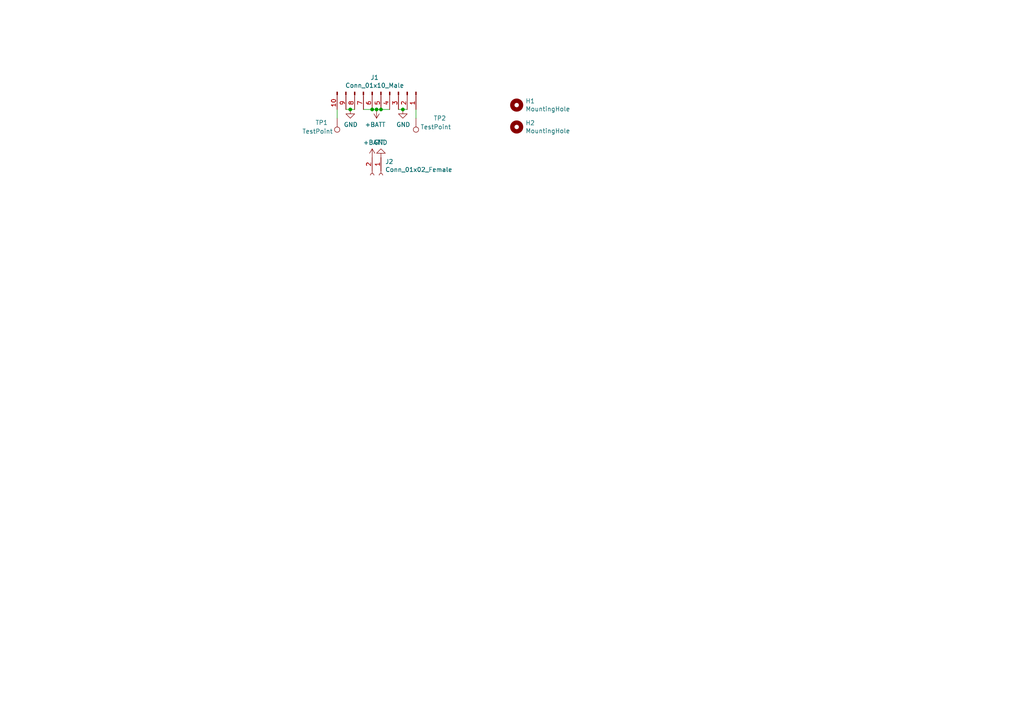
<source format=kicad_sch>
(kicad_sch (version 20230121) (generator eeschema)
  (paper "A4")
  (lib_symbols
    (symbol "Connector:TestPoint" (pin_numbers hide) (pin_names (offset 0.762) hide)
      (property "Reference" "TP" (at 0 6.858 0))
      (property "Value" "TestPoint" (at 0 5.08 0))
      (symbol "TestPoint_0_1"
        (circle (center 0 3.302) (radius 0.762))
      )
      (symbol "TestPoint_1_1"
        (pin passive line (at 0 0 90) (length 2.54) (name "1") (number "1"))
      )
    )
    (symbol "DJI_to_xt30-rescue:Conn_01x02_Female-Connector" (pin_names (offset 1.016) hide)
      (property "Reference" "J" (at 0 2.54 0))
      (property "Value" "Connector_Conn_01x02_Female" (at 0 -5.08 0))
      (symbol "Conn_01x02_Female-Connector_1_1"
        (arc (start 0 -2.032) (mid -0.5058 -2.54) (end 0 -3.048) (stroke (width 0.1524)))
        (polyline (pts (xy -1.27 -2.54) (xy -0.508 -2.54)) (stroke (width 0.1524)))
        (polyline (pts (xy -1.27 0) (xy -0.508 0)) (stroke (width 0.1524)))
        (arc (start 0 0.508) (mid -0.5058 0) (end 0 -0.508) (stroke (width 0.1524)))
        (pin passive line (at -5.08 0 0) (length 3.81) (name "Pin_1") (number "1"))
        (pin passive line (at -5.08 -2.54 0) (length 3.81) (name "Pin_2") (number "2"))
      )
    )
    (symbol "DJI_to_xt30-rescue:Conn_01x10_Male-Connector" (pin_names (offset 1.016) hide)
      (property "Reference" "J" (at 0 12.7 0))
      (property "Value" "Connector_Conn_01x10_Male" (at 0 -15.24 0))
      (symbol "Conn_01x10_Male-Connector_1_1"
        (polyline (pts (xy 1.27 -12.7) (xy 0.8636 -12.7)) (stroke (width 0.1524)))
        (polyline (pts (xy 1.27 -10.16) (xy 0.8636 -10.16)) (stroke (width 0.1524)))
        (polyline (pts (xy 1.27 -7.62) (xy 0.8636 -7.62)) (stroke (width 0.1524)))
        (polyline (pts (xy 1.27 -5.08) (xy 0.8636 -5.08)) (stroke (width 0.1524)))
        (polyline (pts (xy 1.27 -2.54) (xy 0.8636 -2.54)) (stroke (width 0.1524)))
        (polyline (pts (xy 1.27 0) (xy 0.8636 0)) (stroke (width 0.1524)))
        (polyline (pts (xy 1.27 2.54) (xy 0.8636 2.54)) (stroke (width 0.1524)))
        (polyline (pts (xy 1.27 5.08) (xy 0.8636 5.08)) (stroke (width 0.1524)))
        (polyline (pts (xy 1.27 7.62) (xy 0.8636 7.62)) (stroke (width 0.1524)))
        (polyline (pts (xy 1.27 10.16) (xy 0.8636 10.16)) (stroke (width 0.1524)))
        (rectangle (start 0.8636 -12.573) (end 0 -12.827) (stroke (width 0.1524)) (fill (type outline)))
        (rectangle (start 0.8636 -10.033) (end 0 -10.287) (stroke (width 0.1524)) (fill (type outline)))
        (rectangle (start 0.8636 -7.493) (end 0 -7.747) (stroke (width 0.1524)) (fill (type outline)))
        (rectangle (start 0.8636 -4.953) (end 0 -5.207) (stroke (width 0.1524)) (fill (type outline)))
        (rectangle (start 0.8636 -2.413) (end 0 -2.667) (stroke (width 0.1524)) (fill (type outline)))
        (rectangle (start 0.8636 0.127) (end 0 -0.127) (stroke (width 0.1524)) (fill (type outline)))
        (rectangle (start 0.8636 2.667) (end 0 2.413) (stroke (width 0.1524)) (fill (type outline)))
        (rectangle (start 0.8636 5.207) (end 0 4.953) (stroke (width 0.1524)) (fill (type outline)))
        (rectangle (start 0.8636 7.747) (end 0 7.493) (stroke (width 0.1524)) (fill (type outline)))
        (rectangle (start 0.8636 10.287) (end 0 10.033) (stroke (width 0.1524)) (fill (type outline)))
        (pin passive line (at 5.08 10.16 180) (length 3.81) (name "Pin_1") (number "1"))
        (pin passive line (at 5.08 -12.7 180) (length 3.81) (name "Pin_10") (number "10"))
        (pin passive line (at 5.08 7.62 180) (length 3.81) (name "Pin_2") (number "2"))
        (pin passive line (at 5.08 5.08 180) (length 3.81) (name "Pin_3") (number "3"))
        (pin passive line (at 5.08 2.54 180) (length 3.81) (name "Pin_4") (number "4"))
        (pin passive line (at 5.08 0 180) (length 3.81) (name "Pin_5") (number "5"))
        (pin passive line (at 5.08 -2.54 180) (length 3.81) (name "Pin_6") (number "6"))
        (pin passive line (at 5.08 -5.08 180) (length 3.81) (name "Pin_7") (number "7"))
        (pin passive line (at 5.08 -7.62 180) (length 3.81) (name "Pin_8") (number "8"))
        (pin passive line (at 5.08 -10.16 180) (length 3.81) (name "Pin_9") (number "9"))
      )
    )
    (symbol "Mechanical:MountingHole" (pin_names (offset 1.016))
      (property "Reference" "H" (at 0 5.08 0))
      (property "Value" "MountingHole" (at 0 3.175 0))
      (symbol "MountingHole_0_1"
        (circle (center 0 0) (radius 1.27) (stroke (width 1.27)))
      )
    )
    (symbol "power:+BATT" (power) (pin_names (offset 0))
      (property "Value" "+BATT" (at 0 3.556 0))
      (symbol "+BATT_0_1"
        (polyline (pts (xy -0.762 1.27) (xy 0 2.54)))
        (polyline (pts (xy 0 0) (xy 0 2.54)))
        (polyline (pts (xy 0 2.54) (xy 0.762 1.27)))
      )
      (symbol "+BATT_1_1"
        (pin power_in line (at 0 0 90) (length 0) hide (name "+BATT") (number "1"))
      )
    )
    (symbol "power:GND" (power) (pin_names (offset 0))
      (property "Value" "GND" (at 0 -3.81 0))
      (symbol "GND_0_1"
        (polyline (pts (xy 0 0) (xy 0 -1.27) (xy 1.27 -1.27) (xy 0 -2.54) (xy -1.27 -1.27) (xy 0 -1.27)))
      )
      (symbol "GND_1_1"
        (pin power_in line (at 0 0 270) (length 0) hide (name "GND") (number "1"))
      )
    )
  )
  (junction (at 110.49 31.75))
  (junction (at 101.6 31.75))
  (junction (at 107.95 31.75))
  (junction (at 109.22 31.75))
  (junction (at 116.84 31.75))
  (wire (pts (xy 105.41 31.75) (xy 107.95 31.75)))
  (wire (pts (xy 107.95 31.75) (xy 109.22 31.75)))
  (wire (pts (xy 120.65 31.75) (xy 120.65 34.29)))
  (wire (pts (xy 116.84 31.75) (xy 118.11 31.75)))
  (wire (pts (xy 109.22 31.75) (xy 110.49 31.75)))
  (wire (pts (xy 110.49 31.75) (xy 113.03 31.75)))
  (wire (pts (xy 101.6 31.75) (xy 102.87 31.75)))
  (wire (pts (xy 115.57 31.75) (xy 116.84 31.75)))
  (wire (pts (xy 97.79 31.75) (xy 97.79 34.29)))
  (wire (pts (xy 100.33 31.75) (xy 101.6 31.75)))
  (symbol (lib_id "DJI_to_xt30-rescue:Conn_01x10_Male-Connector") (at 110.49 26.67 270) (unit 1)
    (property "Reference" "J1" (at 108.6612 22.479 90))
    (property "Value" "Conn_01x10_Male" (at 108.6612 24.7904 90))
    (property "Footprint" "DJI_BATTERY_CONN:JST_EH_B10B-EH-A_1x10_P2.50mm_Vertical" (effects hide))
  )
  (symbol (lib_id "DJI_to_xt30-rescue:Conn_01x02_Female-Connector") (at 110.49 50.8 270) (unit 1)
    (property "Reference" "J2" (at 111.7092 46.8884 90) (effects (justify left)))
    (property "Value" "Conn_01x02_Female" (at 111.7092 49.1998 90) (effects (justify left)))
    (property "Footprint" "DJI_BATTERY_CONN:XT-30_female" (effects hide))
  )
  (symbol (lib_id "Mechanical:MountingHole") (at 149.86 30.48 0) (unit 1)
    (property "Reference" "H1" (at 152.4 29.3116 0) (effects (justify left)))
    (property "Value" "MountingHole" (at 152.4 31.623 0) (effects (justify left)))
    (property "Footprint" "MountingHole:MountingHole_3.2mm_M3" (effects hide))
  )
  (symbol (lib_id "Mechanical:MountingHole") (at 149.86 36.83 0) (unit 1)
    (property "Reference" "H2" (at 152.4 35.6616 0) (effects (justify left)))
    (property "Value" "MountingHole" (at 152.4 37.973 0) (effects (justify left)))
    (property "Footprint" "MountingHole:MountingHole_3.2mm_M3" (effects hide))
  )
  (symbol (lib_id "Connector:TestPoint") (at 97.79 34.29 180) (unit 1)
    (property "Reference" "TP1" (at 91.44 35.56 0) (effects (justify right)))
    (property "Value" "TestPoint" (at 87.63 38.1 0) (effects (justify right)))
    (property "Footprint" "TestPoint:TestPoint_Pad_1.5x1.5mm" (effects hide))
  )
  (symbol (lib_id "power:GND") (at 101.6 31.75 0) (unit 1)
    (property "Reference" "#PWR0101" (effects hide))
    (property "Value" "GND" (at 101.727 36.1442 0))
  )
  (symbol (lib_id "power:GND") (at 116.84 31.75 0) (unit 1)
    (property "Reference" "#PWR0102" (effects hide))
    (property "Value" "GND" (at 116.967 36.1442 0))
  )
  (symbol (lib_id "power:+BATT") (at 109.22 31.75 180) (unit 1)
    (property "Reference" "#PWR0103" (effects hide))
    (property "Value" "+BATT" (at 108.839 36.1442 0))
  )
  (symbol (lib_id "Connector:TestPoint") (at 120.65 34.29 180) (unit 1)
    (property "Reference" "TP2" (at 125.73 34.29 0) (effects (justify right)))
    (property "Value" "TestPoint" (at 121.92 36.83 0) (effects (justify right)))
    (property "Footprint" "TestPoint:TestPoint_Pad_1.5x1.5mm" (effects hide))
  )
  (symbol (lib_id "power:+BATT") (at 107.95 45.72 0) (unit 1)
    (property "Reference" "#PWR0104" (effects hide))
    (property "Value" "+BATT" (at 108.331 41.3258 0))
  )
  (symbol (lib_id "power:GND") (at 110.49 45.72 180) (unit 1)
    (property "Reference" "#PWR0105" (effects hide))
    (property "Value" "GND" (at 110.363 41.3258 0))
  )
)
</source>
